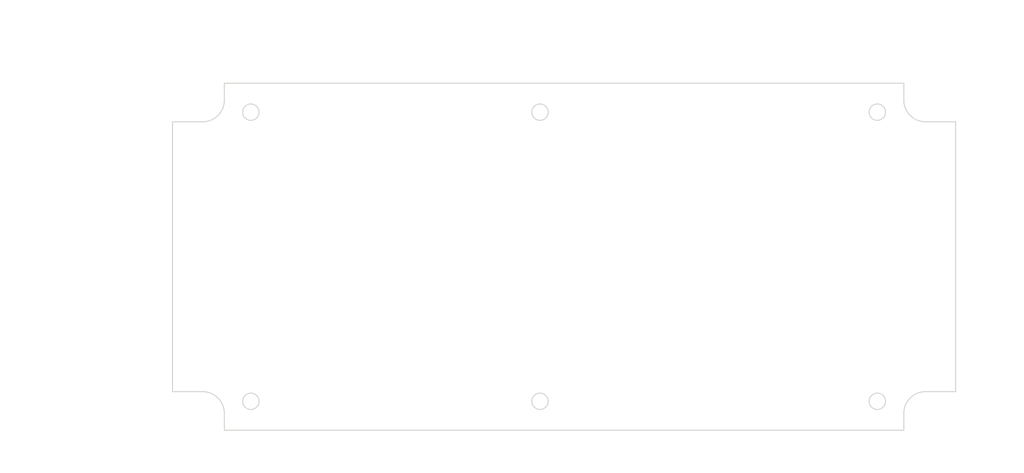
<source format=kicad_pcb>
(kicad_pcb (version 20171130) (host pcbnew "(5.1.0)-1")

  (general
    (thickness 1.6)
    (drawings 85)
    (tracks 0)
    (zones 0)
    (modules 0)
    (nets 1)
  )

  (page A4)
  (layers
    (0 F.Cu signal)
    (31 B.Cu signal)
    (32 B.Adhes user)
    (33 F.Adhes user)
    (34 B.Paste user)
    (35 F.Paste user)
    (36 B.SilkS user)
    (37 F.SilkS user)
    (38 B.Mask user)
    (39 F.Mask user)
    (40 Dwgs.User user)
    (41 Cmts.User user)
    (42 Eco1.User user)
    (43 Eco2.User user)
    (44 Edge.Cuts user)
    (45 Margin user)
    (46 B.CrtYd user)
    (47 F.CrtYd user)
    (48 B.Fab user)
    (49 F.Fab user)
  )

  (setup
    (last_trace_width 0.25)
    (trace_clearance 0.2)
    (zone_clearance 0.508)
    (zone_45_only no)
    (trace_min 0.2)
    (via_size 0.8)
    (via_drill 0.4)
    (via_min_size 0.4)
    (via_min_drill 0.3)
    (uvia_size 0.3)
    (uvia_drill 0.1)
    (uvias_allowed no)
    (uvia_min_size 0.2)
    (uvia_min_drill 0.1)
    (edge_width 0.05)
    (segment_width 0.2)
    (pcb_text_width 0.3)
    (pcb_text_size 1.5 1.5)
    (mod_edge_width 0.12)
    (mod_text_size 1 1)
    (mod_text_width 0.15)
    (pad_size 1.524 1.524)
    (pad_drill 0.762)
    (pad_to_mask_clearance 0.051)
    (solder_mask_min_width 0.25)
    (aux_axis_origin 0 0)
    (visible_elements FFFFFF7F)
    (pcbplotparams
      (layerselection 0x010fc_ffffffff)
      (usegerberextensions false)
      (usegerberattributes false)
      (usegerberadvancedattributes false)
      (creategerberjobfile false)
      (excludeedgelayer true)
      (linewidth 0.152400)
      (plotframeref false)
      (viasonmask false)
      (mode 1)
      (useauxorigin false)
      (hpglpennumber 1)
      (hpglpenspeed 20)
      (hpglpendiameter 15.000000)
      (psnegative false)
      (psa4output false)
      (plotreference true)
      (plotvalue true)
      (plotinvisibletext false)
      (padsonsilk false)
      (subtractmaskfromsilk false)
      (outputformat 1)
      (mirror false)
      (drillshape 1)
      (scaleselection 1)
      (outputdirectory ""))
  )

  (net 0 "")

  (net_class Default "This is the default net class."
    (clearance 0.2)
    (trace_width 0.25)
    (via_dia 0.8)
    (via_drill 0.4)
    (uvia_dia 0.3)
    (uvia_drill 0.1)
  )

  (gr_line (start 76.191737 129.109961) (end 76.191737 73.109961) (layer Edge.Cuts) (width 0.2))
  (gr_line (start 82.441737 129.109961) (end 76.191737 129.109961) (layer Edge.Cuts) (width 0.2))
  (gr_arc (start 82.441737 133.609961) (end 86.941737 133.609961) (angle -90) (layer Edge.Cuts) (width 0.2))
  (gr_line (start 86.941737 137.109961) (end 86.941737 133.609961) (layer Edge.Cuts) (width 0.2))
  (gr_line (start 227.941737 137.109961) (end 86.941737 137.109961) (layer Edge.Cuts) (width 0.2))
  (gr_line (start 227.941737 133.609961) (end 227.941737 137.109961) (layer Edge.Cuts) (width 0.2))
  (gr_arc (start 232.441737 133.609961) (end 232.441737 129.109961) (angle -90) (layer Edge.Cuts) (width 0.2))
  (gr_line (start 238.691737 129.109961) (end 232.441737 129.109961) (layer Edge.Cuts) (width 0.2))
  (gr_line (start 238.691737 73.109961) (end 238.691737 129.109961) (layer Edge.Cuts) (width 0.2))
  (gr_line (start 232.441737 73.109961) (end 238.691737 73.109961) (layer Edge.Cuts) (width 0.2))
  (gr_arc (start 232.441737 68.609961) (end 227.941737 68.609961) (angle -90) (layer Edge.Cuts) (width 0.2))
  (gr_line (start 227.941737 65.109961) (end 227.941737 68.609961) (layer Edge.Cuts) (width 0.2))
  (gr_line (start 86.941737 65.109961) (end 227.941737 65.109961) (layer Edge.Cuts) (width 0.2))
  (gr_line (start 86.941737 68.609961) (end 86.941737 65.109961) (layer Edge.Cuts) (width 0.2))
  (gr_arc (start 82.441737 68.609961) (end 82.441737 73.109961) (angle -90) (layer Edge.Cuts) (width 0.2))
  (gr_line (start 76.191737 73.109961) (end 82.441737 73.109961) (layer Edge.Cuts) (width 0.2))
  (gr_circle (center 152.441737 131.109961) (end 154.141737 131.109961) (layer Edge.Cuts) (width 0.2))
  (gr_circle (center 92.441737 131.109961) (end 94.141737 131.109961) (layer Edge.Cuts) (width 0.2))
  (gr_circle (center 152.441737 71.109961) (end 154.141737 71.109961) (layer Edge.Cuts) (width 0.2))
  (gr_circle (center 92.441737 71.109961) (end 94.141737 71.109961) (layer Edge.Cuts) (width 0.2))
  (gr_circle (center 222.441737 71.109961) (end 224.141737 71.109961) (layer Edge.Cuts) (width 0.2))
  (gr_circle (center 222.441737 131.109961) (end 224.141737 131.109961) (layer Edge.Cuts) (width 0.2))
  (gr_line (start 222.441737 131.199961) (end 222.441737 131.019961) (layer Dwgs.User) (width 0.2))
  (gr_line (start 222.351737 131.109961) (end 222.531737 131.109961) (layer Dwgs.User) (width 0.2))
  (gr_text " ∅3.40\n[∅0.13]" (at 248.095586 143.308797) (layer Dwgs.User)
    (effects (font (size 1.7 1.53) (thickness 0.2125)))
  )
  (gr_line (start 241.558717 143.308797) (end 225.560808 133.100287) (layer Dwgs.User) (width 0.2))
  (gr_line (start 243.558717 143.308797) (end 241.558717 143.308797) (layer Dwgs.User) (width 0.2))
  (gr_text [R0.18] (at 248.382596 138.488505) (layer Dwgs.User)
    (effects (font (size 1.7 1.53) (thickness 0.2125)))
  )
  (gr_text " R4.50" (at 248.382596 134.93107) (layer Dwgs.User)
    (effects (font (size 1.7 1.53) (thickness 0.2125)))
  )
  (gr_line (start 243.911825 136.599044) (end 230.022534 132.979521) (layer Dwgs.User) (width 0.2))
  (gr_text [5.55] (at 157.441737 144.213919) (layer Dwgs.User)
    (effects (font (size 1.7 1.53) (thickness 0.2125)))
  )
  (gr_text " 141.00" (at 157.441737 140.659963) (layer Dwgs.User)
    (effects (font (size 1.7 1.53) (thickness 0.2125)))
  )
  (gr_line (start 88.941737 142.327937) (end 152.736724 142.327937) (layer Dwgs.User) (width 0.2))
  (gr_line (start 225.941737 142.327937) (end 162.146751 142.327937) (layer Dwgs.User) (width 0.2))
  (gr_line (start 86.941737 138.109961) (end 86.941737 145.502937) (layer Dwgs.User) (width 0.2))
  (gr_line (start 227.941737 138.109961) (end 227.941737 145.502937) (layer Dwgs.User) (width 0.2))
  (gr_text [2.20] (at 248.691737 102.999422) (layer Dwgs.User)
    (effects (font (size 1.7 1.53) (thickness 0.2125)))
  )
  (gr_text " 56.00" (at 248.691737 99.441987) (layer Dwgs.User)
    (effects (font (size 1.7 1.53) (thickness 0.2125)))
  )
  (gr_line (start 248.691737 127.109961) (end 248.691737 104.667396) (layer Dwgs.User) (width 0.2))
  (gr_line (start 248.691737 75.109961) (end 248.691737 97.552526) (layer Dwgs.User) (width 0.2))
  (gr_line (start 239.691737 129.109961) (end 251.866737 129.109961) (layer Dwgs.User) (width 0.2))
  (gr_line (start 239.691737 73.109961) (end 251.866737 73.109961) (layer Dwgs.User) (width 0.2))
  (gr_text [6.40] (at 157.441737 52.999422) (layer Dwgs.User)
    (effects (font (size 1.7 1.53) (thickness 0.2125)))
  )
  (gr_text " 162.50" (at 157.441737 49.441987) (layer Dwgs.User)
    (effects (font (size 1.7 1.53) (thickness 0.2125)))
  )
  (gr_line (start 236.691737 51.109961) (end 162.146751 51.109961) (layer Dwgs.User) (width 0.2))
  (gr_line (start 78.191737 51.109961) (end 152.736724 51.109961) (layer Dwgs.User) (width 0.2))
  (gr_line (start 238.691737 72.109961) (end 238.691737 47.934961) (layer Dwgs.User) (width 0.2))
  (gr_line (start 76.191737 72.109961) (end 76.191737 47.934961) (layer Dwgs.User) (width 0.2))
  (gr_text [2.76] (at 187.441737 62.999422) (layer Dwgs.User)
    (effects (font (size 1.7 1.53) (thickness 0.2125)))
  )
  (gr_text " 70.00" (at 187.441737 59.441987) (layer Dwgs.User)
    (effects (font (size 1.7 1.53) (thickness 0.2125)))
  )
  (gr_line (start 154.441737 61.109961) (end 183.397126 61.109961) (layer Dwgs.User) (width 0.2))
  (gr_line (start 220.441737 61.109961) (end 191.486349 61.109961) (layer Dwgs.User) (width 0.2))
  (gr_line (start 152.441737 70.109961) (end 152.441737 57.934961) (layer Dwgs.User) (width 0.2))
  (gr_line (start 222.441737 70.109961) (end 222.441737 57.934961) (layer Dwgs.User) (width 0.2))
  (gr_text [2.36] (at 122.441737 62.999422) (layer Dwgs.User)
    (effects (font (size 1.7 1.53) (thickness 0.2125)))
  )
  (gr_text " 60.00" (at 122.441737 59.441987) (layer Dwgs.User)
    (effects (font (size 1.7 1.53) (thickness 0.2125)))
  )
  (gr_line (start 150.441737 61.109961) (end 126.486349 61.109961) (layer Dwgs.User) (width 0.2))
  (gr_line (start 94.441737 61.109961) (end 118.397126 61.109961) (layer Dwgs.User) (width 0.2))
  (gr_line (start 152.441737 70.109961) (end 152.441737 57.934961) (layer Dwgs.User) (width 0.2))
  (gr_line (start 92.441737 70.109961) (end 92.441737 57.934961) (layer Dwgs.User) (width 0.2))
  (gr_text [.64] (at 84.316737 62.999422) (layer Dwgs.User)
    (effects (font (size 1.7 1.53) (thickness 0.2125)))
  )
  (gr_text " 16.25" (at 84.316737 59.441987) (layer Dwgs.User)
    (effects (font (size 1.7 1.53) (thickness 0.2125)))
  )
  (gr_line (start 90.441737 61.109961) (end 88.370626 61.109961) (layer Dwgs.User) (width 0.2))
  (gr_line (start 78.191737 61.109961) (end 80.262849 61.109961) (layer Dwgs.User) (width 0.2))
  (gr_line (start 92.441737 70.109961) (end 92.441737 57.934961) (layer Dwgs.User) (width 0.2))
  (gr_line (start 76.191737 72.109961) (end 76.191737 57.934961) (layer Dwgs.User) (width 0.2))
  (gr_text [.24] (at 66.59811 78.971755) (layer Dwgs.User)
    (effects (font (size 1.7 1.53) (thickness 0.2125)))
  )
  (gr_text " 6.00" (at 66.59811 75.414319) (layer Dwgs.User)
    (effects (font (size 1.7 1.53) (thickness 0.2125)))
  )
  (gr_line (start 71.982319 77.082293) (end 69.982319 77.082293) (layer Dwgs.User) (width 0.2))
  (gr_line (start 71.982319 71.109961) (end 71.982319 77.082293) (layer Dwgs.User) (width 0.2))
  (gr_line (start 71.982319 67.109961) (end 71.982319 69.109961) (layer Dwgs.User) (width 0.2))
  (gr_line (start 85.941737 65.109961) (end 68.807319 65.109961) (layer Dwgs.User) (width 0.2))
  (gr_line (start 91.441737 71.109961) (end 68.807319 71.109961) (layer Dwgs.User) (width 0.2))
  (gr_text [2.36] (at 57.342584 102.999422) (layer Dwgs.User)
    (effects (font (size 1.7 1.53) (thickness 0.2125)))
  )
  (gr_text " 60.00" (at 57.342584 99.441987) (layer Dwgs.User)
    (effects (font (size 1.7 1.53) (thickness 0.2125)))
  )
  (gr_line (start 57.342584 129.109961) (end 57.342584 104.667396) (layer Dwgs.User) (width 0.2))
  (gr_line (start 57.342584 73.109961) (end 57.342584 97.552526) (layer Dwgs.User) (width 0.2))
  (gr_line (start 91.441737 131.109961) (end 54.167584 131.109961) (layer Dwgs.User) (width 0.2))
  (gr_line (start 91.441737 71.109961) (end 54.167584 71.109961) (layer Dwgs.User) (width 0.2))
  (gr_text [2.83] (at 44.413279 102.999422) (layer Dwgs.User)
    (effects (font (size 1.7 1.53) (thickness 0.2125)))
  )
  (gr_text " 72.00" (at 44.413279 99.441987) (layer Dwgs.User)
    (effects (font (size 1.7 1.53) (thickness 0.2125)))
  )
  (gr_line (start 44.413279 135.109961) (end 44.413279 104.667396) (layer Dwgs.User) (width 0.2))
  (gr_line (start 44.413279 67.109961) (end 44.413279 97.552526) (layer Dwgs.User) (width 0.2))
  (gr_line (start 85.941737 137.109961) (end 41.238279 137.109961) (layer Dwgs.User) (width 0.2))
  (gr_line (start 85.941737 65.109961) (end 41.238279 65.109961) (layer Dwgs.User) (width 0.2))

)

</source>
